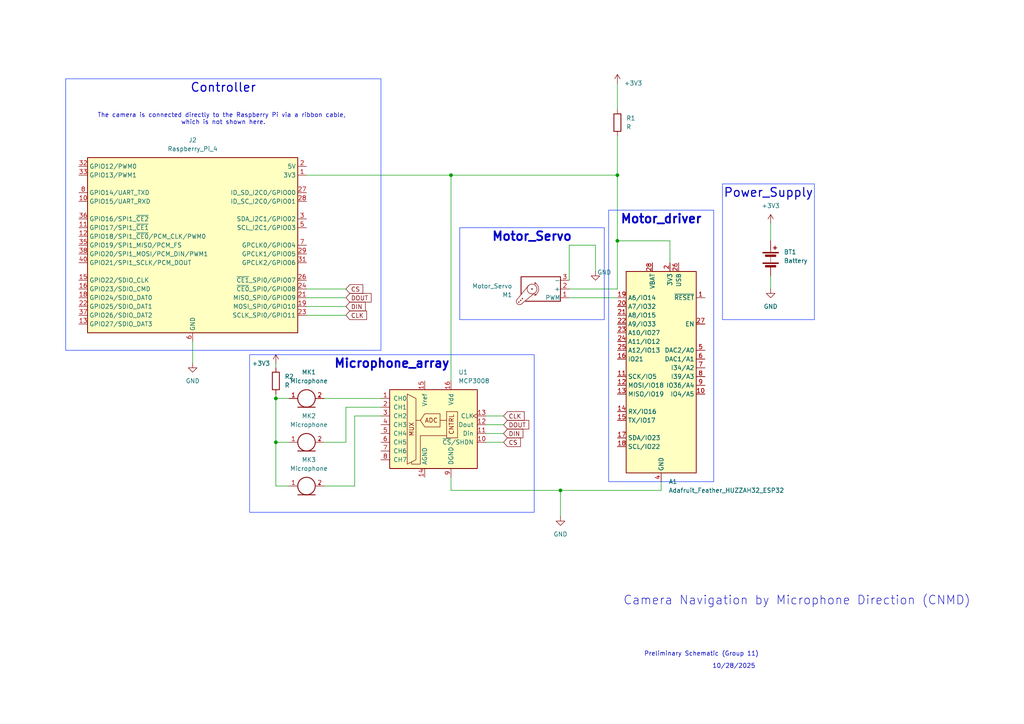
<source format=kicad_sch>
(kicad_sch (version 20250114) (generator "eeschema") (generator_version "9.0")
  (paper "A4")
  (lib_symbols
    (symbol "Analog_ADC:MCP3008" (pin_names (offset 1.016))
      (property "Reference" "U" (at -5.08 13.335 0))
      (property "Value" "MCP3008" (at -5.08 11.43 0))
      (symbol "MCP3008_0_0"
        (text "MUX" (at -6.35 -1.27 900) (effects (font (size 1.27 1.27))))
        (text "ADC" (at -0.635 1.27 0) (effects (font (size 1.27 1.27))))
        (text "CNTRL" (at 5.969 -2.921 900) (effects (font (size 1.27 1.27)) (justify left bottom)))
      )
      (symbol "MCP3008_0_1"
        (polyline (pts (xy -7.62 8.89) (xy -7.62 -11.43) (xy -5.08 -10.16) (xy -5.08 7.62) (xy -7.62 8.89)))
        (polyline (pts (xy -3.81 1.27) (xy -5.08 1.27)))
        (polyline (pts (xy 1.905 3.175) (xy 1.905 -0.635) (xy -2.54 -0.635) (xy -3.81 1.27) (xy -2.54 3.175) (xy 1.905 3.175)))
        (polyline (pts (xy 1.905 1.27) (xy 3.81 1.27)))
        (polyline (pts (xy 3.81 -3.175) (xy -3.81 -3.175) (xy -3.81 -11.43) (xy -6.35 -11.43) (xy -6.35 -10.795)))
        (rectangle (start 3.81 -3.81) (end 6.985 3.81))
        (rectangle (start 12.7 -12.7) (end -12.7 10.16) (stroke (width 0.254)) (fill (type background)))
      )
      (symbol "MCP3008_1_1"
        (pin input line (at -15.24 7.62 0) (length 2.54) (name "CH0") (number "1"))
        (pin input line (at -15.24 5.08 0) (length 2.54) (name "CH1") (number "2"))
        (pin input line (at -15.24 2.54 0) (length 2.54) (name "CH2") (number "3"))
        (pin input line (at -15.24 0 0) (length 2.54) (name "CH3") (number "4"))
        (pin input line (at -15.24 -2.54 0) (length 2.54) (name "CH4") (number "5"))
        (pin input line (at -15.24 -5.08 0) (length 2.54) (name "CH5") (number "6"))
        (pin input line (at -15.24 -7.62 0) (length 2.54) (name "CH6") (number "7"))
        (pin input line (at -15.24 -10.16 0) (length 2.54) (name "CH7") (number "8"))
        (pin power_in line (at -2.54 12.7 270) (length 2.54) (name "Vref") (number "15"))
        (pin power_in line (at -2.54 -15.24 90) (length 2.54) (name "AGND") (number "14"))
        (pin power_in line (at 5.08 12.7 270) (length 2.54) (name "Vdd") (number "16"))
        (pin power_in line (at 5.08 -15.24 90) (length 2.54) (name "DGND") (number "9"))
        (pin input clock (at 15.24 2.54 180) (length 2.54) (name "CLK") (number "13"))
        (pin output line (at 15.24 0 180) (length 2.54) (name "Dout") (number "12"))
        (pin input line (at 15.24 -2.54 180) (length 2.54) (name "Din") (number "11"))
        (pin input line (at 15.24 -5.08 180) (length 2.54) (name "~{CS}/SHDN") (number "10"))
      )
    )
    (symbol "Connector:Raspberry_Pi_4"
      (property "Reference" "J" (at -17.526 48.768 0))
      (property "Value" "Raspberry_Pi_4" (at 15.748 -26.416 0))
      (symbol "Raspberry_Pi_4_0_1"
        (rectangle (start -30.48 25.4) (end 30.48 -25.4) (stroke (width 0.254)) (fill (type background)))
      )
      (symbol "Raspberry_Pi_4_1_1"
        (pin bidirectional line (at -33.02 22.86 0) (length 2.54) (name "GPIO12/PWM0") (number "32"))
        (pin bidirectional line (at -33.02 20.32 0) (length 2.54) (name "GPIO13/PWM1") (number "33"))
        (pin bidirectional line (at -33.02 15.24 0) (length 2.54) (name "GPIO14/UART_TXD") (number "8"))
        (pin bidirectional line (at -33.02 12.7 0) (length 2.54) (name "GPIO15/UART_RXD") (number "10"))
        (pin bidirectional line (at -33.02 7.62 0) (length 2.54) (name "GPIO16/SPI1_~{CE2}") (number "36"))
        (pin bidirectional line (at -33.02 5.08 0) (length 2.54) (name "GPIO17/SPI1_~{CE1}") (number "11"))
        (pin bidirectional line (at -33.02 2.54 0) (length 2.54) (name "GPIO18/SPI1_~{CE0}/PCM_CLK/PWM0") (number "12"))
        (pin bidirectional line (at -33.02 0 0) (length 2.54) (name "GPIO19/SPI1_MISO/PCM_FS") (number "35"))
        (pin bidirectional line (at -33.02 -2.54 0) (length 2.54) (name "GPIO20/SPI1_MOSI/PCM_DIN/PWM1") (number "38"))
        (pin bidirectional line (at -33.02 -5.08 0) (length 2.54) (name "GPIO21/SPI1_SCLK/PCM_DOUT") (number "40"))
        (pin bidirectional line (at -33.02 -10.16 0) (length 2.54) (name "GPIO22/SDIO_CLK") (number "15"))
        (pin bidirectional line (at -33.02 -12.7 0) (length 2.54) (name "GPIO23/SDIO_CMD") (number "16"))
        (pin bidirectional line (at -33.02 -15.24 0) (length 2.54) (name "GPIO24/SDIO_DAT0") (number "18"))
        (pin bidirectional line (at -33.02 -17.78 0) (length 2.54) (name "GPIO25/SDIO_DAT1") (number "22"))
        (pin bidirectional line (at -33.02 -20.32 0) (length 2.54) (name "GPIO26/SDIO_DAT2") (number "37"))
        (pin bidirectional line (at -33.02 -22.86 0) (length 2.54) (name "GPIO27/SDIO_DAT3") (number "13"))
        (pin passive line (at 0 -27.94 90) (length 2.54) (hide yes) (name "GND") (number "14"))
        (pin passive line (at 0 -27.94 90) (length 2.54) (hide yes) (name "GND") (number "20"))
        (pin passive line (at 0 -27.94 90) (length 2.54) (hide yes) (name "GND") (number "25"))
        (pin passive line (at 0 -27.94 90) (length 2.54) (hide yes) (name "GND") (number "30"))
        (pin passive line (at 0 -27.94 90) (length 2.54) (hide yes) (name "GND") (number "34"))
        (pin passive line (at 0 -27.94 90) (length 2.54) (hide yes) (name "GND") (number "39"))
        (pin power_out line (at 0 -27.94 90) (length 2.54) (name "GND") (number "6"))
        (pin passive line (at 0 -27.94 90) (length 2.54) (hide yes) (name "GND") (number "9"))
        (pin power_out line (at 33.02 22.86 180) (length 2.54) (name "5V") (number "2"))
        (pin passive line (at 33.02 22.86 180) (length 2.54) (hide yes) (name "5V") (number "4"))
        (pin power_out line (at 33.02 20.32 180) (length 2.54) (name "3V3") (number "1"))
        (pin passive line (at 33.02 20.32 180) (length 2.54) (hide yes) (name "3V3") (number "17"))
        (pin bidirectional line (at 33.02 15.24 180) (length 2.54) (name "ID_SD_I2C0/GPIO00") (number "27"))
        (pin bidirectional line (at 33.02 12.7 180) (length 2.54) (name "ID_SC_I2C0/GPIO01") (number "28"))
        (pin bidirectional line (at 33.02 7.62 180) (length 2.54) (name "SDA_I2C1/GPIO02") (number "3"))
        (pin bidirectional line (at 33.02 5.08 180) (length 2.54) (name "SCL_I2C1/GPIO03") (number "5"))
        (pin bidirectional line (at 33.02 0 180) (length 2.54) (name "GPCLK0/GPIO04") (number "7"))
        (pin bidirectional line (at 33.02 -2.54 180) (length 2.54) (name "GPCLK1/GPIO05") (number "29"))
        (pin bidirectional line (at 33.02 -5.08 180) (length 2.54) (name "GPCLK2/GPIO06") (number "31"))
        (pin bidirectional line (at 33.02 -10.16 180) (length 2.54) (name "~{CE1}_SPI0/GPIO07") (number "26"))
        (pin bidirectional line (at 33.02 -12.7 180) (length 2.54) (name "~{CE0}_SPI0/GPIO08") (number "24"))
        (pin bidirectional line (at 33.02 -15.24 180) (length 2.54) (name "MISO_SPI0/GPIO09") (number "21"))
        (pin bidirectional line (at 33.02 -17.78 180) (length 2.54) (name "MOSI_SPI0/GPIO10") (number "19"))
        (pin bidirectional line (at 33.02 -20.32 180) (length 2.54) (name "SCLK_SPI0/GPIO11") (number "23"))
      )
    )
    (symbol "Device:Battery" (pin_numbers (hide yes)) (pin_names (offset 0) (hide yes))
      (property "Reference" "BT" (at 2.54 2.54 0))
      (property "Value" "Battery" (at 2.54 0 0))
      (symbol "Battery_0_1"
        (rectangle (start -2.286 1.778) (end 2.286 1.524) (fill (type outline)))
        (rectangle (start -2.286 -1.27) (end 2.286 -1.524) (fill (type outline)))
        (rectangle (start -1.524 1.016) (end 1.524 0.508) (fill (type outline)))
        (rectangle (start -1.524 -2.032) (end 1.524 -2.54) (fill (type outline)))
        (polyline (pts (xy 0 1.778) (xy 0 2.54)))
        (polyline (pts (xy 0 0) (xy 0 0.254)))
        (polyline (pts (xy 0 -0.508) (xy 0 -0.254)))
        (polyline (pts (xy 0 -1.016) (xy 0 -0.762)))
        (polyline (pts (xy 0.762 3.048) (xy 1.778 3.048)) (stroke (width 0.254)))
        (polyline (pts (xy 1.27 3.556) (xy 1.27 2.54)) (stroke (width 0.254)))
      )
      (symbol "Battery_1_1"
        (pin passive line (at 0 5.08 270) (length 2.54) (name "+") (number "1"))
        (pin passive line (at 0 -5.08 90) (length 2.54) (name "-") (number "2"))
      )
    )
    (symbol "Device:Microphone" (pin_names (offset 0.0254) (hide yes))
      (property "Reference" "MK" (at -3.81 1.27 0))
      (property "Value" "Microphone" (at -3.81 -0.635 0))
      (symbol "Microphone_0_1"
        (polyline (pts (xy -2.54 2.54) (xy -2.54 -2.54)) (stroke (width 0.254)))
        (circle (center 0 0) (radius 2.54) (stroke (width 0.254)))
        (polyline (pts (xy 0.254 3.81) (xy 0.762 3.81)))
        (polyline (pts (xy 0.508 4.064) (xy 0.508 3.556)))
      )
      (symbol "Microphone_1_1"
        (pin passive line (at 0 5.08 270) (length 2.54) (name "+") (number "2"))
        (pin passive line (at 0 -5.08 90) (length 2.54) (name "-") (number "1"))
      )
    )
    (symbol "Device:R" (pin_numbers (hide yes)) (pin_names (offset 0))
      (property "Reference" "R" (at 2.032 0 90))
      (property "Value" "R" (at 0 0 90))
      (symbol "R_0_1"
        (rectangle (start -1.016 -2.54) (end 1.016 2.54) (stroke (width 0.254)))
      )
      (symbol "R_1_1"
        (pin passive line (at 0 3.81 270) (length 1.27) (name "~") (number "1"))
        (pin passive line (at 0 -3.81 90) (length 1.27) (name "~") (number "2"))
      )
    )
    (symbol "MCU_Module:Adafruit_Feather_HUZZAH32_ESP32"
      (property "Reference" "A" (at -10.16 29.21 0))
      (property "Value" "Adafruit_Feather_HUZZAH32_ESP32" (at 2.54 -31.75 0))
      (symbol "Adafruit_Feather_HUZZAH32_ESP32_0_1"
        (rectangle (start -10.16 27.94) (end 10.16 -30.48) (stroke (width 0.254)) (fill (type background)))
      )
      (symbol "Adafruit_Feather_HUZZAH32_ESP32_1_1"
        (pin bidirectional line (at -12.7 20.32 0) (length 2.54) (name "A6/IO14") (number "19"))
        (pin bidirectional line (at -12.7 17.78 0) (length 2.54) (name "A7/IO32") (number "20"))
        (pin bidirectional line (at -12.7 15.24 0) (length 2.54) (name "A8/IO15") (number "21"))
        (pin bidirectional line (at -12.7 12.7 0) (length 2.54) (name "A9/IO33") (number "22"))
        (pin bidirectional line (at -12.7 10.16 0) (length 2.54) (name "A10/IO27") (number "23"))
        (pin bidirectional line (at -12.7 7.62 0) (length 2.54) (name "A11/IO12") (number "24"))
        (pin bidirectional line (at -12.7 5.08 0) (length 2.54) (name "A12/IO13") (number "25"))
        (pin bidirectional line (at -12.7 2.54 0) (length 2.54) (name "IO21") (number "16"))
        (pin bidirectional line (at -12.7 -2.54 0) (length 2.54) (name "SCK/IO5") (number "11"))
        (pin bidirectional line (at -12.7 -5.08 0) (length 2.54) (name "MOSI/IO18") (number "12"))
        (pin bidirectional line (at -12.7 -7.62 0) (length 2.54) (name "MISO/IO19") (number "13"))
        (pin bidirectional line (at -12.7 -12.7 0) (length 2.54) (name "RX/IO16") (number "14"))
        (pin bidirectional line (at -12.7 -15.24 0) (length 2.54) (name "TX/IO17") (number "15"))
        (pin bidirectional line (at -12.7 -20.32 0) (length 2.54) (name "SDA/IO23") (number "17"))
        (pin bidirectional line (at -12.7 -22.86 0) (length 2.54) (name "SCL/IO22") (number "18"))
        (pin power_in line (at -2.54 30.48 270) (length 2.54) (name "VBAT") (number "28"))
        (pin power_in line (at 0 -33.02 90) (length 2.54) (name "GND") (number "4"))
        (pin power_in line (at 2.54 30.48 270) (length 2.54) (name "3V3") (number "2"))
        (pin power_in line (at 5.08 30.48 270) (length 2.54) (name "USB") (number "26"))
        (pin no_connect line (at 10.16 10.16 180) (length 2.54) (hide yes) (name "NC") (number "3"))
        (pin input line (at 12.7 20.32 180) (length 2.54) (name "~{RESET}") (number "1"))
        (pin input line (at 12.7 12.7 180) (length 2.54) (name "EN") (number "27"))
        (pin bidirectional line (at 12.7 5.08 180) (length 2.54) (name "DAC2/A0") (number "5"))
        (pin bidirectional line (at 12.7 2.54 180) (length 2.54) (name "DAC1/A1") (number "6"))
        (pin bidirectional line (at 12.7 0 180) (length 2.54) (name "I34/A2") (number "7"))
        (pin bidirectional line (at 12.7 -2.54 180) (length 2.54) (name "I39/A3") (number "8"))
        (pin bidirectional line (at 12.7 -5.08 180) (length 2.54) (name "IO36/A4") (number "9"))
        (pin bidirectional line (at 12.7 -7.62 180) (length 2.54) (name "IO4/A5") (number "10"))
      )
    )
    (symbol "Motor:Motor_Servo" (pin_names (offset 0.0254))
      (property "Reference" "M" (at -5.08 4.445 0))
      (property "Value" "Motor_Servo" (at -5.08 -4.064 0))
      (symbol "Motor_Servo_0_1"
        (polyline (pts (xy 2.413 1.778) (xy 1.905 1.778)))
        (polyline (pts (xy 2.413 1.778) (xy 2.286 1.397)))
        (polyline (pts (xy 2.413 -1.778) (xy 2.032 -1.778)))
        (polyline (pts (xy 2.413 -1.778) (xy 2.286 -1.397)))
        (arc (start 2.413 -1.778) (mid 1.2406 0) (end 2.413 1.778))
        (circle (center 3.175 0) (radius 0.1778))
        (circle (center 3.175 0) (radius 1.4224))
        (polyline (pts (xy 5.08 3.556) (xy -5.08 3.556) (xy -5.08 -3.556) (xy 6.35 -3.556) (xy 6.35 1.524)) (stroke (width 0.254)))
        (circle (center 5.969 2.794) (radius 0.127))
        (polyline (pts (xy 6.35 4.445) (xy 2.54 1.27)))
        (circle (center 6.477 3.302) (radius 0.127))
        (arc (start 6.35 4.445) (mid 7.4487 4.2737) (end 7.62 3.175))
        (circle (center 6.985 3.81) (radius 0.127))
        (polyline (pts (xy 7.62 3.175) (xy 4.191 -1.016)))
      )
      (symbol "Motor_Servo_1_1"
        (pin passive line (at -7.62 2.54 0) (length 2.54) (name "PWM") (number "1"))
        (pin passive line (at -7.62 0 0) (length 2.54) (name "+") (number "2"))
        (pin passive line (at -7.62 -2.54 0) (length 2.54) (name "-") (number "3"))
      )
    )
    (symbol "power:+3V3" (power) (pin_numbers (hide yes)) (pin_names (offset 0) (hide yes))
      (property "Value" "+3V3" (at 0 3.556 0))
      (symbol "+3V3_0_1"
        (polyline (pts (xy -0.762 1.27) (xy 0 2.54)))
        (polyline (pts (xy 0 2.54) (xy 0.762 1.27)))
        (polyline (pts (xy 0 0) (xy 0 2.54)))
      )
      (symbol "+3V3_1_1"
        (pin power_in line (at 0 0 90) (length 0) (name "~") (number "1"))
      )
    )
    (symbol "power:GND" (power) (pin_numbers (hide yes)) (pin_names (offset 0) (hide yes))
      (property "Value" "GND" (at 0 -3.81 0))
      (symbol "GND_0_1"
        (polyline (pts (xy 0 0) (xy 0 -1.27) (xy 1.27 -1.27) (xy 0 -2.54) (xy -1.27 -1.27) (xy 0 -1.27)))
      )
      (symbol "GND_1_1"
        (pin power_in line (at 0 0 270) (length 0) (name "~") (number "1"))
      )
    )
  )
  (text "Camera Navigation by Microphone Direction (CNMD)" (at 231.14 174.244 0) (effects (font (size 2.54 2.54))))
  (text "10/28/2025" (at 212.852 193.294 0) (effects (font (size 1.27 1.27))))
  (text "The camera is connected directly to the Raspberry Pi via a ribbon cable, \nwhich is not shown here." (at 64.77 34.544 0) (effects (font (size 1.27 1.27))))
  (text "Preliminary Schematic (Group 11)" (at 203.454 189.738 0) (effects (font (size 1.27 1.27))))
  (text_box "Motor_Servo\n" (at 133.35 66.04 0) (size 41.91 26.67) (margins 0.9525 0.9525 0.9525 0.9525) (stroke (width 0) (color 20 58 255 1)) (effects (font (size 2.54 2.54) (thickness 0.508) (bold yes)) (justify top)))
  (text_box "Power_Supply" (at 209.55 53.34 0) (size 26.67 39.37) (margins 0.9525 0.9525 0.9525 0.9525) (stroke (width 0) (color 20 58 255 1)) (effects (font (size 2.54 2.54) (thickness 0.3175)) (justify top)))
  (text_box "Motor_driver" (at 176.53 60.96 0) (size 30.48 78.74) (margins 0.9525 0.9525 0.9525 0.9525) (stroke (width 0) (color 20 58 255 1)) (effects (font (size 2.54 2.54) (thickness 0.508) (bold yes)) (justify top)))
  (text_box "Controller\n" (at 19.05 22.86 0) (size 91.44 78.74) (margins 0.9525 0.9525 0.9525 0.9525) (stroke (width 0) (color 20 58 255 1)) (effects (font (size 2.54 2.54) (thickness 0.3175)) (justify top)))
  (text_box "Microphone_array" (at 72.39 102.87 0) (size 82.55 45.72) (margins 0.9525 0.9525 0.9525 0.9525) (stroke (width 0) (color 20 58 255 1)) (effects (font (size 2.54 2.54) (thickness 0.508) (bold yes)) (justify top)))
  (junction (at 80.01 128.27))
  (junction (at 80.01 115.57))
  (junction (at 162.56 142.24))
  (junction (at 179.07 69.85))
  (junction (at 130.81 50.8))
  (junction (at 179.07 50.8))
  (wire (pts (xy 80.01 128.27) (xy 83.82 128.27)))
  (wire (pts (xy 88.9 88.9) (xy 100.33 88.9)))
  (wire (pts (xy 140.97 123.19) (xy 146.05 123.19)))
  (wire (pts (xy 100.33 128.27) (xy 100.33 118.11)))
  (wire (pts (xy 165.1 86.36) (xy 179.07 86.36)))
  (wire (pts (xy 179.07 24.13) (xy 179.07 31.75)))
  (wire (pts (xy 93.98 140.97) (xy 102.87 140.97)))
  (wire (pts (xy 223.52 64.77) (xy 223.52 69.85)))
  (wire (pts (xy 88.9 50.8) (xy 130.81 50.8)))
  (wire (pts (xy 80.01 114.3) (xy 80.01 115.57)))
  (wire (pts (xy 102.87 120.65) (xy 110.49 120.65)))
  (wire (pts (xy 223.52 80.01) (xy 223.52 83.82)))
  (wire (pts (xy 80.01 115.57) (xy 80.01 128.27)))
  (wire (pts (xy 100.33 118.11) (xy 110.49 118.11)))
  (wire (pts (xy 80.01 140.97) (xy 83.82 140.97)))
  (wire (pts (xy 162.56 142.24) (xy 162.56 149.86)))
  (wire (pts (xy 162.56 142.24) (xy 191.77 142.24)))
  (wire (pts (xy 102.87 140.97) (xy 102.87 120.65)))
  (wire (pts (xy 179.07 69.85) (xy 194.31 69.85)))
  (wire (pts (xy 165.1 81.28) (xy 165.1 71.12)))
  (wire (pts (xy 55.88 99.06) (xy 55.88 105.41)))
  (wire (pts (xy 191.77 139.7) (xy 191.77 142.24)))
  (wire (pts (xy 165.1 71.12) (xy 172.72 71.12)))
  (wire (pts (xy 140.97 125.73) (xy 146.05 125.73)))
  (wire (pts (xy 140.97 120.65) (xy 146.05 120.65)))
  (wire (pts (xy 93.98 128.27) (xy 100.33 128.27)))
  (wire (pts (xy 88.9 86.36) (xy 100.33 86.36)))
  (wire (pts (xy 80.01 115.57) (xy 83.82 115.57)))
  (wire (pts (xy 130.81 50.8) (xy 130.81 110.49)))
  (wire (pts (xy 172.72 71.12) (xy 172.72 78.74)))
  (wire (pts (xy 80.01 105.41) (xy 80.01 106.68)))
  (wire (pts (xy 130.81 138.43) (xy 130.81 142.24)))
  (wire (pts (xy 165.1 83.82) (xy 179.07 83.82)))
  (wire (pts (xy 140.97 128.27) (xy 146.05 128.27)))
  (wire (pts (xy 80.01 128.27) (xy 80.01 140.97)))
  (wire (pts (xy 88.9 83.82) (xy 100.33 83.82)))
  (wire (pts (xy 179.07 50.8) (xy 179.07 69.85)))
  (wire (pts (xy 130.81 50.8) (xy 179.07 50.8)))
  (wire (pts (xy 194.31 69.85) (xy 194.31 76.2)))
  (wire (pts (xy 130.81 142.24) (xy 162.56 142.24)))
  (wire (pts (xy 93.98 115.57) (xy 110.49 115.57)))
  (wire (pts (xy 179.07 39.37) (xy 179.07 50.8)))
  (wire (pts (xy 179.07 83.82) (xy 179.07 69.85)))
  (wire (pts (xy 88.9 91.44) (xy 100.33 91.44)))
  (global_label "CS" (shape input) (at 146.05 128.27 0) (property "Intersheetrefs" "${INTERSHEET_REFS}" (effects (hide yes))))
  (global_label "CLK" (shape input) (at 146.05 120.65 0) (property "Intersheetrefs" "${INTERSHEET_REFS}" (effects (hide yes))))
  (global_label "DIN" (shape input) (at 146.05 125.73 0) (property "Intersheetrefs" "${INTERSHEET_REFS}" (effects (hide yes))))
  (global_label "DOUT" (shape input) (at 100.33 86.36 0) (property "Intersheetrefs" "${INTERSHEET_REFS}" (effects (hide yes))))
  (global_label "DIN" (shape input) (at 100.33 88.9 0) (property "Intersheetrefs" "${INTERSHEET_REFS}" (effects (hide yes))))
  (global_label "DOUT" (shape input) (at 146.05 123.19 0) (property "Intersheetrefs" "${INTERSHEET_REFS}" (effects (hide yes))))
  (global_label "CS" (shape input) (at 100.33 83.82 0) (property "Intersheetrefs" "${INTERSHEET_REFS}" (effects (hide yes))))
  (global_label "CLK" (shape input) (at 100.33 91.44 0) (property "Intersheetrefs" "${INTERSHEET_REFS}" (effects (hide yes))))
  (symbol (lib_id "power:+3V3") (at 179.07 24.13 0) (unit 1)
    (property "Reference" "#PWR01" (effects (hide yes)))
    (property "Value" "+3V3" (at 183.642 24.13 0))
    (property "Description" "Power symbol creates a global label with name \"+3V3\"" (effects (hide yes)))
  )
  (symbol (lib_id "Device:Microphone") (at 88.9 128.27 270) (mirror x) (unit 1)
    (property "Reference" "MK2" (at 89.5985 120.65 90))
    (property "Value" "Microphone" (at 89.5985 123.19 90))
    (property "Description" "Microphone" (effects (hide yes)))
  )
  (symbol (lib_id "Device:Microphone") (at 88.9 115.57 270) (mirror x) (unit 1)
    (property "Reference" "MK1" (at 89.5985 107.95 90))
    (property "Value" "Microphone" (at 89.5985 110.49 90))
    (property "Description" "Microphone" (effects (hide yes)))
  )
  (symbol (lib_id "Device:R") (at 80.01 110.49 0) (unit 1)
    (property "Reference" "R2" (at 82.55 109.2199 0) (effects (justify left)))
    (property "Value" "R" (at 82.55 111.7599 0) (effects (justify left)))
    (property "Description" "Resistor" (effects (hide yes)))
  )
  (symbol (lib_id "Analog_ADC:MCP3008") (at 125.73 123.19 0) (unit 1)
    (property "Reference" "U1" (at 132.9533 107.95 0) (effects (justify left)))
    (property "Value" "MCP3008" (at 132.9533 110.49 0) (effects (justify left)))
    (property "Datasheet" "http://ww1.microchip.com/downloads/en/DeviceDoc/21295d.pdf" (effects (hide yes)))
    (property "Description" "A/D Converter, 10-Bit, 8-Channel, SPI Interface , 2.7V-5.5V" (effects (hide yes)))
  )
  (symbol (lib_id "MCU_Module:Adafruit_Feather_HUZZAH32_ESP32") (at 191.77 106.68 0) (unit 1)
    (property "Reference" "A1" (at 193.9133 139.7 0) (effects (justify left)))
    (property "Value" "Adafruit_Feather_HUZZAH32_ESP32" (at 193.9133 142.24 0) (effects (justify left)))
    (property "Footprint" "Module:Adafruit_Feather" (effects (hide yes)))
    (property "Datasheet" "https://cdn-learn.adafruit.com/downloads/pdf/adafruit-huzzah32-esp32-feather.pdf" (effects (hide yes)))
    (property "Description" "Microcontroller module with ESP32 MCU" (effects (hide yes)))
  )
  (symbol (lib_id "power:GND") (at 172.72 78.74 0) (unit 1)
    (property "Reference" "#PWR03" (effects (hide yes)))
    (property "Value" "GND" (at 175.26 78.994 0))
    (property "Description" "Power symbol creates a global label with name \"GND\" , ground" (effects (hide yes)))
  )
  (symbol (lib_id "Device:Microphone") (at 88.9 140.97 270) (mirror x) (unit 1)
    (property "Reference" "MK3" (at 89.5985 133.35 90))
    (property "Value" "Microphone" (at 89.5985 135.89 90))
    (property "Description" "Microphone" (effects (hide yes)))
  )
  (symbol (lib_id "power:GND") (at 223.52 83.82 0) (unit 1)
    (property "Reference" "#PWR06" (effects (hide yes)))
    (property "Value" "GND" (at 223.52 88.9 0))
    (property "Description" "Power symbol creates a global label with name \"GND\" , ground" (effects (hide yes)))
  )
  (symbol (lib_id "power:GND") (at 162.56 149.86 0) (unit 1)
    (property "Reference" "#PWR04" (effects (hide yes)))
    (property "Value" "GND" (at 162.56 154.94 0))
    (property "Description" "Power symbol creates a global label with name \"GND\" , ground" (effects (hide yes)))
  )
  (symbol (lib_id "power:+3V3") (at 80.01 105.41 0) (unit 1)
    (property "Reference" "#PWR05" (effects (hide yes)))
    (property "Value" "+3V3" (at 75.692 105.41 0))
    (property "Description" "Power symbol creates a global label with name \"+3V3\"" (effects (hide yes)))
  )
  (symbol (lib_id "Device:Battery") (at 223.52 74.93 0) (unit 1)
    (property "Reference" "BT1" (at 227.33 73.0884 0) (effects (justify left)))
    (property "Value" "Battery" (at 227.33 75.6284 0) (effects (justify left)))
    (property "Description" "Multiple-cell battery" (effects (hide yes)))
  )
  (symbol (lib_id "power:+3V3") (at 223.52 64.77 0) (unit 1)
    (property "Reference" "#PWR07" (effects (hide yes)))
    (property "Value" "+3V3" (at 223.52 59.69 0))
    (property "Description" "Power symbol creates a global label with name \"+3V3\"" (effects (hide yes)))
  )
  (symbol (lib_id "Device:R") (at 179.07 35.56 0) (unit 1)
    (property "Reference" "R1" (at 181.61 34.2899 0) (effects (justify left)))
    (property "Value" "R" (at 181.61 36.8299 0) (effects (justify left)))
    (property "Description" "Resistor" (effects (hide yes)))
  )
  (symbol (lib_id "Connector:Raspberry_Pi_4") (at 55.88 71.12 0) (unit 1)
    (property "Reference" "J2" (at 55.88 40.64 0))
    (property "Value" "Raspberry_Pi_4" (at 55.88 43.18 0))
    (property "Datasheet" "https://datasheets.raspberrypi.com/rpi4/raspberry-pi-4-datasheet.pdf" (effects (hide yes)))
    (property "Description" "Raspberry Pi 4 Model B" (effects (hide yes)))
  )
  (symbol (lib_id "Motor:Motor_Servo") (at 157.48 83.82 180) (unit 1)
    (property "Reference" "M1" (at 148.59 85.5232 0) (effects (justify left)))
    (property "Value" "Motor_Servo" (at 148.59 82.9832 0) (effects (justify left)))
    (property "Datasheet" "http://forums.parallax.com/uploads/attachments/46831/74481.png" (effects (hide yes)))
    (property "Description" "Servo Motor (Futaba, HiTec, JR connector)" (effects (hide yes)))
  )
  (symbol (lib_id "power:GND") (at 55.88 105.41 0) (unit 1)
    (property "Reference" "#PWR02" (effects (hide yes)))
    (property "Value" "GND" (at 55.88 110.49 0))
    (property "Description" "Power symbol creates a global label with name \"GND\" , ground" (effects (hide yes)))
  )
)
</source>
